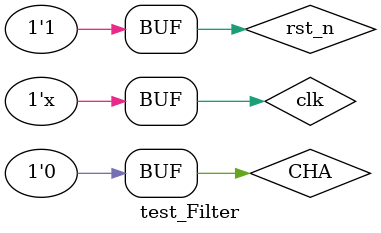
<source format=v>
`timescale 1ns / 1ps


module test_Filter(

    );
    
    reg clk;
    reg rst_n;
    reg CHA;
    wire OutA;
    
    initial begin
        clk = 0;
        rst_n = 0;
        CHA = 0;
        
        #5 rst_n = 1;
        
        #50 CHA = 1;
        
        #47 CHA = 0;
        #2 CHA = 1;
        
        #82 CHA = 0;
        
        #102 CHA = 1;
        #100 CHA = 0;
    end
    
    always begin
        #10 clk = ~clk;
    end
    
    Filter u1 (.CH(CHA),
        .clk(clk),
        .rst_n(rst_n),
        .Out(OutA));
endmodule

</source>
